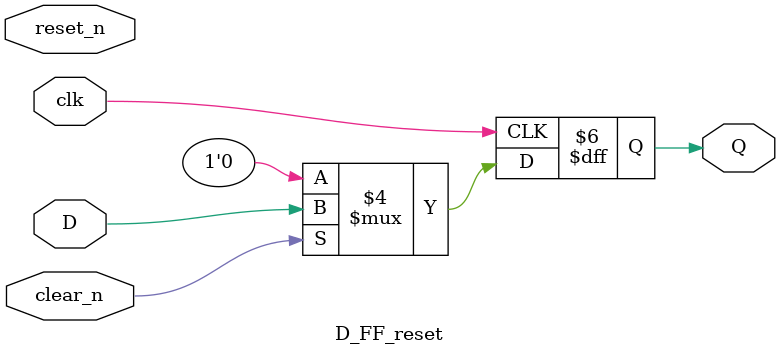
<source format=v>
`timescale 1ns / 1ps


module D_FF_reset(
input D, clk,
input reset_n, //asynchronous 
input clear_n, //synchronous 
output reg Q
    );
    
   /* always @(negedge clk , negedge reset_n) 
    begin
    if(!reset_n)
    Q <= 1'b0;
    else
    Q <= D;
    end*/
  always @(posedge clk)
    begin
    if(~clear_n)
    Q <= 1'b0;
    else
    Q <= D;
    end
    
endmodule

</source>
